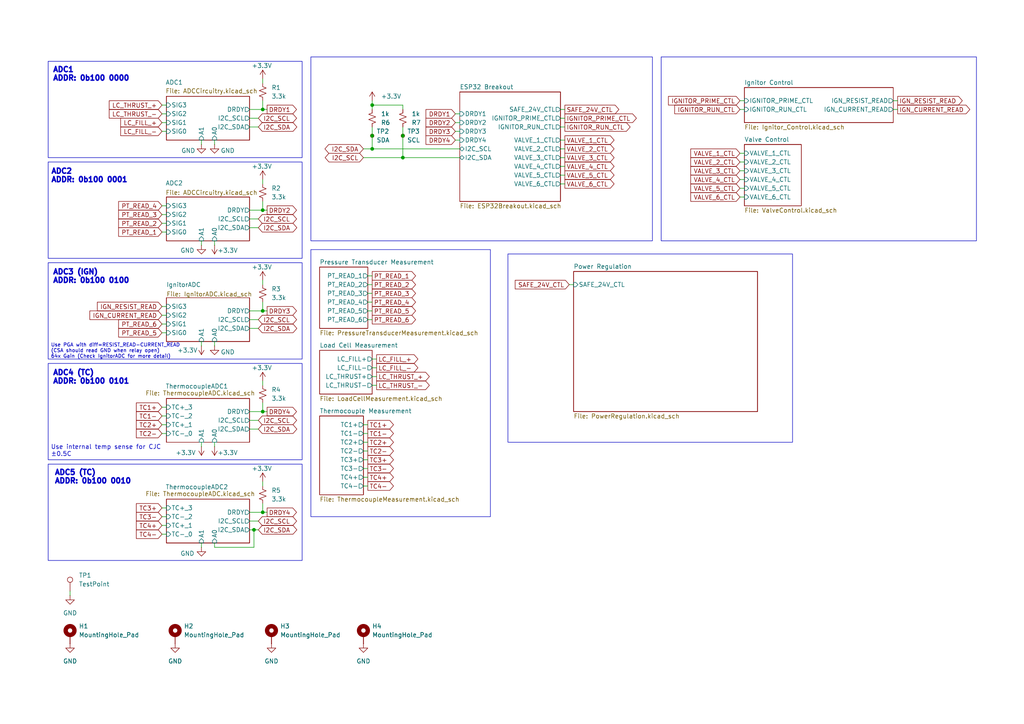
<source format=kicad_sch>
(kicad_sch (version 20250114) (generator "eeschema") (generator_version "9.0")
  (paper "A4")
  (title_block (rev "1.0.0") (company "Queen's Rocket Engineering Team"))
  (lib_symbols
    (symbol "Connector:TestPoint" (pin_numbers (hide yes)) (pin_names (offset 0.762) (hide yes))
      (property "Reference" "TP" (at 0 6.858 0))
      (property "Value" "TestPoint" (at 0 5.08 0))
      (symbol "TestPoint_0_1"
        (circle (center 0 3.302) (radius 0.762))
      )
      (symbol "TestPoint_1_1"
        (pin passive line (at 0 0 90) (length 2.54) (name "1") (number "1"))
      )
    )
    (symbol "Connector:TestPoint_Small" (pin_numbers (hide yes)) (pin_names (offset 0.762) (hide yes))
      (property "Reference" "TP" (at 0 3.81 0))
      (property "Value" "TestPoint_Small" (at 0 2.032 0))
      (symbol "TestPoint_Small_0_1"
        (circle (center 0 0) (radius 0.508))
      )
      (symbol "TestPoint_Small_1_1"
        (pin passive line (at 0 0 90) (length 0) (name "1") (number "1"))
      )
    )
    (symbol "Device:R_Small_US" (pin_numbers (hide yes)) (pin_names (offset 0.254) (hide yes))
      (property "Reference" "R" (at 0.762 0.508 0))
      (property "Value" "R_Small_US" (at 0.762 -1.016 0))
      (symbol "R_Small_US_1_1"
        (polyline (pts (xy 0 1.524) (xy 1.016 1.143) (xy 0 0.762) (xy -1.016 0.381) (xy 0 0)))
        (polyline (pts (xy 0 0) (xy 1.016 -0.381) (xy 0 -0.762) (xy -1.016 -1.143) (xy 0 -1.524)))
        (pin passive line (at 0 2.54 270) (length 1.016) (name "~") (number "1"))
        (pin passive line (at 0 -2.54 90) (length 1.016) (name "~") (number "2"))
      )
    )
    (symbol "Mechanical:MountingHole_Pad" (pin_numbers (hide yes)) (pin_names (offset 1.016) (hide yes)) (exclude_from_sim yes) (in_bom no)
      (property "Reference" "H" (at 0 6.35 0))
      (property "Value" "MountingHole_Pad" (at 0 4.445 0))
      (symbol "MountingHole_Pad_0_1"
        (circle (center 0 1.27) (radius 1.27) (stroke (width 1.27)))
      )
      (symbol "MountingHole_Pad_1_1"
        (pin input line (at 0 -2.54 90) (length 2.54) (name "1") (number "1"))
      )
    )
    (symbol "power:+3.3V" (power) (pin_numbers (hide yes)) (pin_names (offset 0) (hide yes))
      (property "Value" "+3.3V" (at 0 3.556 0))
      (symbol "+3.3V_0_1"
        (polyline (pts (xy -0.762 1.27) (xy 0 2.54)))
        (polyline (pts (xy 0 2.54) (xy 0.762 1.27)))
        (polyline (pts (xy 0 0) (xy 0 2.54)))
      )
      (symbol "+3.3V_1_1"
        (pin power_in line (at 0 0 90) (length 0) (name "~") (number "1"))
      )
    )
    (symbol "power:GND" (power) (pin_numbers (hide yes)) (pin_names (offset 0) (hide yes))
      (property "Value" "GND" (at 0 -3.81 0))
      (symbol "GND_0_1"
        (polyline (pts (xy 0 0) (xy 0 -1.27) (xy 1.27 -1.27) (xy 0 -2.54) (xy -1.27 -1.27) (xy 0 -1.27)))
      )
      (symbol "GND_1_1"
        (pin power_in line (at 0 0 270) (length 0) (name "~") (number "1"))
      )
    )
  )
  (rectangle (start 191.77 16.51) (end 283.21 69.85))
  (rectangle (start 90.17 72.39) (end 142.24 149.86))
  (rectangle (start 13.97 46.99) (end 87.63 74.93))
  (rectangle (start 13.97 76.2) (end 87.63 104.14))
  (rectangle (start 13.97 17.78) (end 87.63 45.72))
  (rectangle (start 147.32 73.66) (end 229.87 128.27))
  (rectangle (start 90.17 16.51) (end 189.23 69.85))
  (rectangle (start 13.97 105.41) (end 87.63 133.35))
  (rectangle (start 13.97 134.62) (end 87.63 162.56))
  (text "ADC2\nADDR: 0b100 0001" (at 14.732 51.054 0) (effects (font (size 1.524 1.524) (thickness 0.4064) (bold yes)) (justify left)))
  (text "ADC3 (IGN)\nADDR: 0b100 0100" (at 15.24 80.264 0) (effects (font (size 1.524 1.524) (thickness 0.4064) (bold yes)) (justify left)))
  (text "Use PGA with diff=RESIST_READ-CURRENT_READ\n(CSA should read GND when relay open)\n64x Gain (Check IgnitorADC for more detail)" (at 14.732 101.854 0) (effects (font (size 1.016 1.016)) (justify left)))
  (text "ADC1\nADDR: 0b100 0000" (at 15.24 21.59 0) (effects (font (size 1.524 1.524) (thickness 0.4064) (bold yes)) (justify left)))
  (text "ADC5 (TC)\nADDR: 0b100 0010" (at 15.748 138.43 0) (effects (font (size 1.524 1.524) (thickness 0.4064) (bold yes)) (justify left)))
  (text "Use internal temp sense for CJC\n±0.5C" (at 14.732 130.81 0) (effects (font (size 1.27 1.27)) (justify left)))
  (text "ADC4 (TC)\nADDR: 0b100 0101" (at 15.24 109.474 0) (effects (font (size 1.524 1.524) (thickness 0.4064) (bold yes)) (justify left)))
  (junction (at 107.95 39.37))
  (junction (at 76.2 119.38))
  (junction (at 116.84 45.72))
  (junction (at 107.95 43.18))
  (junction (at 76.2 31.75))
  (junction (at 76.2 60.96))
  (junction (at 107.95 30.48))
  (junction (at 76.2 148.59))
  (junction (at 76.2 90.17))
  (junction (at 73.66 153.67))
  (junction (at 116.84 39.37))
  (wire (pts (xy 162.56 43.18) (xy 163.83 43.18)))
  (wire (pts (xy 214.63 29.21) (xy 215.9 29.21)))
  (wire (pts (xy 72.39 92.71) (xy 74.93 92.71)))
  (wire (pts (xy 106.68 87.63) (xy 107.95 87.63)))
  (wire (pts (xy 132.08 35.56) (xy 133.35 35.56)))
  (wire (pts (xy 76.2 148.59) (xy 77.47 148.59)))
  (wire (pts (xy 162.56 45.72) (xy 163.83 45.72)))
  (wire (pts (xy 259.08 29.21) (xy 260.35 29.21)))
  (wire (pts (xy 105.41 128.27) (xy 106.68 128.27)))
  (wire (pts (xy 76.2 22.86) (xy 76.2 24.13)))
  (wire (pts (xy 105.41 135.89) (xy 106.68 135.89)))
  (wire (pts (xy 107.95 111.76) (xy 109.22 111.76)))
  (wire (pts (xy 116.84 31.75) (xy 116.84 30.48)))
  (wire (pts (xy 162.56 31.75) (xy 163.83 31.75)))
  (wire (pts (xy 107.95 43.18) (xy 133.35 43.18)))
  (wire (pts (xy 72.39 60.96) (xy 76.2 60.96)))
  (wire (pts (xy 76.2 52.07) (xy 76.2 53.34)))
  (wire (pts (xy 106.68 92.71) (xy 107.95 92.71)))
  (wire (pts (xy 214.63 54.61) (xy 215.9 54.61)))
  (wire (pts (xy 132.08 38.1) (xy 133.35 38.1)))
  (wire (pts (xy 162.56 40.64) (xy 163.83 40.64)))
  (wire (pts (xy 259.08 31.75) (xy 260.35 31.75)))
  (wire (pts (xy 46.99 59.69) (xy 48.26 59.69)))
  (wire (pts (xy 62.23 157.48) (xy 62.23 158.75)))
  (wire (pts (xy 46.99 96.52) (xy 48.26 96.52)))
  (wire (pts (xy 116.84 45.72) (xy 133.35 45.72)))
  (wire (pts (xy 20.32 171.45) (xy 20.32 172.72)))
  (wire (pts (xy 105.41 133.35) (xy 106.68 133.35)))
  (wire (pts (xy 72.39 153.67) (xy 73.66 153.67)))
  (wire (pts (xy 76.2 90.17) (xy 77.47 90.17)))
  (wire (pts (xy 72.39 95.25) (xy 74.93 95.25)))
  (wire (pts (xy 46.99 118.11) (xy 48.26 118.11)))
  (wire (pts (xy 62.23 40.64) (xy 62.23 41.91)))
  (wire (pts (xy 73.66 153.67) (xy 74.93 153.67)))
  (wire (pts (xy 76.2 139.7) (xy 76.2 140.97)))
  (wire (pts (xy 162.56 48.26) (xy 163.83 48.26)))
  (wire (pts (xy 107.95 29.21) (xy 107.95 30.48)))
  (wire (pts (xy 62.23 69.85) (xy 62.23 71.12)))
  (wire (pts (xy 76.2 146.05) (xy 76.2 148.59)))
  (wire (pts (xy 58.42 69.85) (xy 58.42 71.12)))
  (wire (pts (xy 46.99 125.73) (xy 48.26 125.73)))
  (wire (pts (xy 46.99 35.56) (xy 48.26 35.56)))
  (wire (pts (xy 76.2 29.21) (xy 76.2 31.75)))
  (wire (pts (xy 106.68 82.55) (xy 107.95 82.55)))
  (wire (pts (xy 46.99 93.98) (xy 48.26 93.98)))
  (wire (pts (xy 107.95 36.83) (xy 107.95 39.37)))
  (wire (pts (xy 46.99 38.1) (xy 48.26 38.1)))
  (wire (pts (xy 107.95 104.14) (xy 109.22 104.14)))
  (wire (pts (xy 46.99 88.9) (xy 48.26 88.9)))
  (wire (pts (xy 107.95 106.68) (xy 109.22 106.68)))
  (wire (pts (xy 72.39 63.5) (xy 74.93 63.5)))
  (wire (pts (xy 116.84 39.37) (xy 116.84 45.72)))
  (wire (pts (xy 214.63 57.15) (xy 215.9 57.15)))
  (wire (pts (xy 76.2 81.28) (xy 76.2 82.55)))
  (wire (pts (xy 72.39 66.04) (xy 74.93 66.04)))
  (wire (pts (xy 106.68 80.01) (xy 107.95 80.01)))
  (wire (pts (xy 106.68 85.09) (xy 107.95 85.09)))
  (wire (pts (xy 76.2 116.84) (xy 76.2 119.38)))
  (wire (pts (xy 72.39 148.59) (xy 76.2 148.59)))
  (wire (pts (xy 214.63 44.45) (xy 215.9 44.45)))
  (wire (pts (xy 46.99 91.44) (xy 48.26 91.44)))
  (wire (pts (xy 73.66 158.75) (xy 73.66 153.67)))
  (wire (pts (xy 162.56 34.29) (xy 163.83 34.29)))
  (wire (pts (xy 72.39 36.83) (xy 74.93 36.83)))
  (wire (pts (xy 72.39 119.38) (xy 76.2 119.38)))
  (wire (pts (xy 105.41 138.43) (xy 106.68 138.43)))
  (wire (pts (xy 46.99 64.77) (xy 48.26 64.77)))
  (wire (pts (xy 46.99 147.32) (xy 48.26 147.32)))
  (wire (pts (xy 214.63 31.75) (xy 215.9 31.75)))
  (wire (pts (xy 106.68 90.17) (xy 107.95 90.17)))
  (wire (pts (xy 105.41 140.97) (xy 106.68 140.97)))
  (wire (pts (xy 46.99 154.94) (xy 48.26 154.94)))
  (wire (pts (xy 72.39 34.29) (xy 74.93 34.29)))
  (wire (pts (xy 162.56 53.34) (xy 163.83 53.34)))
  (wire (pts (xy 107.95 30.48) (xy 107.95 31.75)))
  (wire (pts (xy 46.99 30.48) (xy 48.26 30.48)))
  (wire (pts (xy 46.99 62.23) (xy 48.26 62.23)))
  (wire (pts (xy 214.63 49.53) (xy 215.9 49.53)))
  (wire (pts (xy 107.95 39.37) (xy 107.95 43.18)))
  (wire (pts (xy 162.56 36.83) (xy 163.83 36.83)))
  (wire (pts (xy 132.08 33.02) (xy 133.35 33.02)))
  (wire (pts (xy 58.42 40.64) (xy 58.42 41.91)))
  (wire (pts (xy 76.2 31.75) (xy 77.47 31.75)))
  (wire (pts (xy 214.63 46.99) (xy 215.9 46.99)))
  (wire (pts (xy 105.41 43.18) (xy 107.95 43.18)))
  (wire (pts (xy 72.39 121.92) (xy 74.93 121.92)))
  (wire (pts (xy 116.84 36.83) (xy 116.84 39.37)))
  (wire (pts (xy 62.23 99.06) (xy 62.23 100.33)))
  (wire (pts (xy 46.99 123.19) (xy 48.26 123.19)))
  (wire (pts (xy 105.41 125.73) (xy 106.68 125.73)))
  (wire (pts (xy 46.99 152.4) (xy 48.26 152.4)))
  (wire (pts (xy 46.99 33.02) (xy 48.26 33.02)))
  (wire (pts (xy 58.42 99.06) (xy 58.42 100.33)))
  (wire (pts (xy 72.39 90.17) (xy 76.2 90.17)))
  (wire (pts (xy 46.99 120.65) (xy 48.26 120.65)))
  (wire (pts (xy 107.95 109.22) (xy 109.22 109.22)))
  (wire (pts (xy 105.41 130.81) (xy 106.68 130.81)))
  (wire (pts (xy 132.08 40.64) (xy 133.35 40.64)))
  (wire (pts (xy 116.84 30.48) (xy 107.95 30.48)))
  (wire (pts (xy 72.39 151.13) (xy 74.93 151.13)))
  (wire (pts (xy 76.2 119.38) (xy 77.47 119.38)))
  (wire (pts (xy 76.2 58.42) (xy 76.2 60.96)))
  (wire (pts (xy 58.42 128.27) (xy 58.42 129.54)))
  (wire (pts (xy 58.42 157.48) (xy 58.42 158.75)))
  (wire (pts (xy 76.2 87.63) (xy 76.2 90.17)))
  (wire (pts (xy 105.41 123.19) (xy 106.68 123.19)))
  (wire (pts (xy 72.39 31.75) (xy 76.2 31.75)))
  (wire (pts (xy 76.2 110.49) (xy 76.2 111.76)))
  (wire (pts (xy 62.23 128.27) (xy 62.23 129.54)))
  (wire (pts (xy 76.2 60.96) (xy 77.47 60.96)))
  (wire (pts (xy 162.56 50.8) (xy 163.83 50.8)))
  (wire (pts (xy 165.1 82.55) (xy 166.37 82.55)))
  (wire (pts (xy 62.23 158.75) (xy 73.66 158.75)))
  (wire (pts (xy 46.99 67.31) (xy 48.26 67.31)))
  (wire (pts (xy 105.41 45.72) (xy 116.84 45.72)))
  (wire (pts (xy 46.99 149.86) (xy 48.26 149.86)))
  (wire (pts (xy 214.63 52.07) (xy 215.9 52.07)))
  (wire (pts (xy 72.39 124.46) (xy 74.93 124.46)))
  (global_label "TC1-" (shape output) (at 106.68 125.73 0) (property "Intersheetrefs" "${INTERSHEET_REFS}" (effects (hide yes))))
  (global_label "VALVE_1_CTL" (shape output) (at 163.83 40.64 0) (property "Intersheetrefs" "${INTERSHEET_REFS}" (effects (hide yes))))
  (global_label "PT_READ_6" (shape output) (at 107.95 92.71 0) (property "Intersheetrefs" "${INTERSHEET_REFS}" (effects (hide yes))))
  (global_label "IGNITOR_RUN_CTL" (shape input) (at 214.63 31.75 180) (property "Intersheetrefs" "${INTERSHEET_REFS}" (effects (hide yes))))
  (global_label "IGN_CURRENT_READ" (shape output) (at 260.35 31.75 0) (property "Intersheetrefs" "${INTERSHEET_REFS}" (effects (hide yes))))
  (global_label "SAFE_24V_CTL" (shape input) (at 165.1 82.55 180) (property "Intersheetrefs" "${INTERSHEET_REFS}" (effects (hide yes))))
  (global_label "TC1+" (shape input) (at 46.99 118.11 180) (property "Intersheetrefs" "${INTERSHEET_REFS}" (effects (hide yes))))
  (global_label "DRDY2" (shape input) (at 132.08 35.56 180) (property "Intersheetrefs" "${INTERSHEET_REFS}" (effects (hide yes))))
  (global_label "DRDY3" (shape output) (at 77.47 90.17 0) (property "Intersheetrefs" "${INTERSHEET_REFS}" (effects (hide yes))))
  (global_label "DRDY1" (shape input) (at 132.08 33.02 180) (property "Intersheetrefs" "${INTERSHEET_REFS}" (effects (hide yes))))
  (global_label "TC2+" (shape input) (at 46.99 123.19 180) (property "Intersheetrefs" "${INTERSHEET_REFS}" (effects (hide yes))))
  (global_label "DRDY4" (shape output) (at 77.47 148.59 0) (property "Intersheetrefs" "${INTERSHEET_REFS}" (effects (hide yes))))
  (global_label "TC4-" (shape output) (at 106.68 140.97 0) (property "Intersheetrefs" "${INTERSHEET_REFS}" (effects (hide yes))))
  (global_label "VALVE_1_CTL" (shape input) (at 214.63 44.45 180) (property "Intersheetrefs" "${INTERSHEET_REFS}" (effects (hide yes))))
  (global_label "VALVE_5_CTL" (shape output) (at 163.83 50.8 0) (property "Intersheetrefs" "${INTERSHEET_REFS}" (effects (hide yes))))
  (global_label "LC_FILL_+" (shape input) (at 46.99 35.56 180) (property "Intersheetrefs" "${INTERSHEET_REFS}" (effects (hide yes))))
  (global_label "LC_THRUST_+" (shape output) (at 109.22 109.22 0) (property "Intersheetrefs" "${INTERSHEET_REFS}" (effects (hide yes))))
  (global_label "PT_READ_4" (shape input) (at 46.99 59.69 180) (property "Intersheetrefs" "${INTERSHEET_REFS}" (effects (hide yes))))
  (global_label "IGN_RESIST_READ" (shape input) (at 46.99 88.9 180) (property "Intersheetrefs" "${INTERSHEET_REFS}" (effects (hide yes))))
  (global_label "LC_FILL_-" (shape output) (at 109.22 106.68 0) (property "Intersheetrefs" "${INTERSHEET_REFS}" (effects (hide yes))))
  (global_label "PT_READ_2" (shape input) (at 46.99 64.77 180) (property "Intersheetrefs" "${INTERSHEET_REFS}" (effects (hide yes))))
  (global_label "PT_READ_4" (shape output) (at 107.95 87.63 0) (property "Intersheetrefs" "${INTERSHEET_REFS}" (effects (hide yes))))
  (global_label "LC_THRUST_-" (shape input) (at 46.99 33.02 180) (property "Intersheetrefs" "${INTERSHEET_REFS}" (effects (hide yes))))
  (global_label "TC3-" (shape input) (at 46.99 149.86 180) (property "Intersheetrefs" "${INTERSHEET_REFS}" (effects (hide yes))))
  (global_label "TC2+" (shape output) (at 106.68 128.27 0) (property "Intersheetrefs" "${INTERSHEET_REFS}" (effects (hide yes))))
  (global_label "DRDY4" (shape output) (at 77.47 119.38 0) (property "Intersheetrefs" "${INTERSHEET_REFS}" (effects (hide yes))))
  (global_label "IGN_CURRENT_READ" (shape input) (at 46.99 91.44 180) (property "Intersheetrefs" "${INTERSHEET_REFS}" (effects (hide yes))))
  (global_label "I2C_SDA" (shape bidirectional) (at 74.93 95.25 0) (property "Intersheetrefs" "${INTERSHEET_REFS}" (effects (hide yes))))
  (global_label "PT_READ_1" (shape input) (at 46.99 67.31 180) (property "Intersheetrefs" "${INTERSHEET_REFS}" (effects (hide yes))))
  (global_label "I2C_SCL" (shape bidirectional) (at 74.93 92.71 0) (property "Intersheetrefs" "${INTERSHEET_REFS}" (effects (hide yes))))
  (global_label "VALVE_4_CTL" (shape input) (at 214.63 52.07 180) (property "Intersheetrefs" "${INTERSHEET_REFS}" (effects (hide yes))))
  (global_label "I2C_SCL" (shape bidirectional) (at 74.93 151.13 0) (property "Intersheetrefs" "${INTERSHEET_REFS}" (effects (hide yes))))
  (global_label "IGNITOR_PRIME_CTL" (shape input) (at 214.63 29.21 180) (property "Intersheetrefs" "${INTERSHEET_REFS}" (effects (hide yes))))
  (global_label "VALVE_5_CTL" (shape input) (at 214.63 54.61 180) (property "Intersheetrefs" "${INTERSHEET_REFS}" (effects (hide yes))))
  (global_label "I2C_SCL" (shape bidirectional) (at 74.93 63.5 0) (property "Intersheetrefs" "${INTERSHEET_REFS}" (effects (hide yes))))
  (global_label "VALVE_6_CTL" (shape input) (at 214.63 57.15 180) (property "Intersheetrefs" "${INTERSHEET_REFS}" (effects (hide yes))))
  (global_label "DRDY1" (shape output) (at 77.47 31.75 0) (property "Intersheetrefs" "${INTERSHEET_REFS}" (effects (hide yes))))
  (global_label "LC_FILL_+" (shape output) (at 109.22 104.14 0) (property "Intersheetrefs" "${INTERSHEET_REFS}" (effects (hide yes))))
  (global_label "PT_READ_3" (shape input) (at 46.99 62.23 180) (property "Intersheetrefs" "${INTERSHEET_REFS}" (effects (hide yes))))
  (global_label "TC3-" (shape output) (at 106.68 135.89 0) (property "Intersheetrefs" "${INTERSHEET_REFS}" (effects (hide yes))))
  (global_label "DRDY2" (shape output) (at 77.47 60.96 0) (property "Intersheetrefs" "${INTERSHEET_REFS}" (effects (hide yes))))
  (global_label "I2C_SDA" (shape bidirectional) (at 74.93 153.67 0) (property "Intersheetrefs" "${INTERSHEET_REFS}" (effects (hide yes))))
  (global_label "TC2-" (shape output) (at 106.68 130.81 0) (property "Intersheetrefs" "${INTERSHEET_REFS}" (effects (hide yes))))
  (global_label "TC1-" (shape input) (at 46.99 120.65 180) (property "Intersheetrefs" "${INTERSHEET_REFS}" (effects (hide yes))))
  (global_label "VALVE_3_CTL" (shape input) (at 214.63 49.53 180) (property "Intersheetrefs" "${INTERSHEET_REFS}" (effects (hide yes))))
  (global_label "LC_FILL_-" (shape input) (at 46.99 38.1 180) (property "Intersheetrefs" "${INTERSHEET_REFS}" (effects (hide yes))))
  (global_label "TC1+" (shape output) (at 106.68 123.19 0) (property "Intersheetrefs" "${INTERSHEET_REFS}" (effects (hide yes))))
  (global_label "TC2-" (shape input) (at 46.99 125.73 180) (property "Intersheetrefs" "${INTERSHEET_REFS}" (effects (hide yes))))
  (global_label "PT_READ_2" (shape output) (at 107.95 82.55 0) (property "Intersheetrefs" "${INTERSHEET_REFS}" (effects (hide yes))))
  (global_label "I2C_SDA" (shape bidirectional) (at 74.93 66.04 0) (property "Intersheetrefs" "${INTERSHEET_REFS}" (effects (hide yes))))
  (global_label "TC4+" (shape output) (at 106.68 138.43 0) (property "Intersheetrefs" "${INTERSHEET_REFS}" (effects (hide yes))))
  (global_label "I2C_SDA" (shape bidirectional) (at 105.41 43.18 180) (property "Intersheetrefs" "${INTERSHEET_REFS}" (effects (hide yes))))
  (global_label "IGNITOR_PRIME_CTL" (shape output) (at 163.83 34.29 0) (property "Intersheetrefs" "${INTERSHEET_REFS}" (effects (hide yes))))
  (global_label "I2C_SDA" (shape bidirectional) (at 74.93 124.46 0) (property "Intersheetrefs" "${INTERSHEET_REFS}" (effects (hide yes))))
  (global_label "IGNITOR_RUN_CTL" (shape output) (at 163.83 36.83 0) (property "Intersheetrefs" "${INTERSHEET_REFS}" (effects (hide yes))))
  (global_label "VALVE_3_CTL" (shape output) (at 163.83 45.72 0) (property "Intersheetrefs" "${INTERSHEET_REFS}" (effects (hide yes))))
  (global_label "I2C_SCL" (shape bidirectional) (at 105.41 45.72 180) (property "Intersheetrefs" "${INTERSHEET_REFS}" (effects (hide yes))))
  (global_label "VALVE_4_CTL" (shape output) (at 163.83 48.26 0) (property "Intersheetrefs" "${INTERSHEET_REFS}" (effects (hide yes))))
  (global_label "TC4-" (shape input) (at 46.99 154.94 180) (property "Intersheetrefs" "${INTERSHEET_REFS}" (effects (hide yes))))
  (global_label "PT_READ_3" (shape output) (at 107.95 85.09 0) (property "Intersheetrefs" "${INTERSHEET_REFS}" (effects (hide yes))))
  (global_label "I2C_SCL" (shape bidirectional) (at 74.93 34.29 0) (property "Intersheetrefs" "${INTERSHEET_REFS}" (effects (hide yes))))
  (global_label "I2C_SDA" (shape bidirectional) (at 74.93 36.83 0) (property "Intersheetrefs" "${INTERSHEET_REFS}" (effects (hide yes))))
  (global_label "TC3+" (shape input) (at 46.99 147.32 180) (property "Intersheetrefs" "${INTERSHEET_REFS}" (effects (hide yes))))
  (global_label "TC4+" (shape input) (at 46.99 152.4 180) (property "Intersheetrefs" "${INTERSHEET_REFS}" (effects (hide yes))))
  (global_label "PT_READ_1" (shape output) (at 107.95 80.01 0) (property "Intersheetrefs" "${INTERSHEET_REFS}" (effects (hide yes))))
  (global_label "DRDY4" (shape input) (at 132.08 40.64 180) (property "Intersheetrefs" "${INTERSHEET_REFS}" (effects (hide yes))))
  (global_label "PT_READ_5" (shape output) (at 107.95 90.17 0) (property "Intersheetrefs" "${INTERSHEET_REFS}" (effects (hide yes))))
  (global_label "VALVE_6_CTL" (shape output) (at 163.83 53.34 0) (property "Intersheetrefs" "${INTERSHEET_REFS}" (effects (hide yes))))
  (global_label "LC_THRUST_+" (shape input) (at 46.99 30.48 180) (property "Intersheetrefs" "${INTERSHEET_REFS}" (effects (hide yes))))
  (global_label "IGN_RESIST_READ" (shape output) (at 260.35 29.21 0) (property "Intersheetrefs" "${INTERSHEET_REFS}" (effects (hide yes))))
  (global_label "LC_THRUST_-" (shape output) (at 109.22 111.76 0) (property "Intersheetrefs" "${INTERSHEET_REFS}" (effects (hide yes))))
  (global_label "DRDY3" (shape input) (at 132.08 38.1 180) (property "Intersheetrefs" "${INTERSHEET_REFS}" (effects (hide yes))))
  (global_label "SAFE_24V_CTL" (shape output) (at 163.83 31.75 0) (property "Intersheetrefs" "${INTERSHEET_REFS}" (effects (hide yes))))
  (global_label "VALVE_2_CTL" (shape input) (at 214.63 46.99 180) (property "Intersheetrefs" "${INTERSHEET_REFS}" (effects (hide yes))))
  (global_label "PT_READ_5" (shape input) (at 46.99 96.52 180) (property "Intersheetrefs" "${INTERSHEET_REFS}" (effects (hide yes))))
  (global_label "I2C_SCL" (shape bidirectional) (at 74.93 121.92 0) (property "Intersheetrefs" "${INTERSHEET_REFS}" (effects (hide yes))))
  (global_label "TC3+" (shape output) (at 106.68 133.35 0) (property "Intersheetrefs" "${INTERSHEET_REFS}" (effects (hide yes))))
  (global_label "PT_READ_6" (shape input) (at 46.99 93.98 180) (property "Intersheetrefs" "${INTERSHEET_REFS}" (effects (hide yes))))
  (global_label "VALVE_2_CTL" (shape output) (at 163.83 43.18 0) (property "Intersheetrefs" "${INTERSHEET_REFS}" (effects (hide yes))))
  (symbol (lib_id "Connector:TestPoint_Small") (at 107.95 39.37 0) (unit 1)
    (property "Reference" "TP2" (at 109.22 38.0999 0) (effects (justify left)))
    (property "Value" "SDA" (at 109.22 40.6399 0) (effects (justify left)))
    (property "Footprint" "TestPoint:TestPoint_Pad_D1.5mm" (effects (hide yes)))
    (property "Description" "test point" (effects (hide yes)))
  )
  (symbol (lib_id "power:GND") (at 58.42 41.91 0) (unit 1)
    (property "Reference" "#PWR04" (effects (hide yes)))
    (property "Value" "GND" (at 54.61 43.688 0))
    (property "Description" "Power symbol creates a global label with name \"GND\" , ground" (effects (hide yes)))
  )
  (symbol (lib_id "power:GND") (at 78.74 186.69 0) (unit 1)
    (property "Reference" "#PWR018" (effects (hide yes)))
    (property "Value" "GND" (at 78.74 191.77 0))
    (property "Description" "Power symbol creates a global label with name \"GND\" , ground" (effects (hide yes)))
  )
  (symbol (lib_id "power:+3.3V") (at 76.2 52.07 0) (unit 1)
    (property "Reference" "#PWR014" (effects (hide yes)))
    (property "Value" "+3.3V" (at 75.946 48.26 0))
    (property "Description" "Power symbol creates a global label with name \"+3.3V\"" (effects (hide yes)))
  )
  (symbol (lib_id "power:+3.3V") (at 76.2 22.86 0) (unit 1)
    (property "Reference" "#PWR013" (effects (hide yes)))
    (property "Value" "+3.3V" (at 75.946 19.05 0))
    (property "Description" "Power symbol creates a global label with name \"+3.3V\"" (effects (hide yes)))
  )
  (symbol (lib_id "power:+3.3V") (at 76.2 81.28 0) (unit 1)
    (property "Reference" "#PWR015" (effects (hide yes)))
    (property "Value" "+3.3V" (at 75.946 77.47 0))
    (property "Description" "Power symbol creates a global label with name \"+3.3V\"" (effects (hide yes)))
  )
  (symbol (lib_id "power:+3.3V") (at 76.2 139.7 0) (unit 1)
    (property "Reference" "#PWR017" (effects (hide yes)))
    (property "Value" "+3.3V" (at 75.946 135.89 0))
    (property "Description" "Power symbol creates a global label with name \"+3.3V\"" (effects (hide yes)))
  )
  (symbol (lib_id "Connector:TestPoint_Small") (at 116.84 39.37 0) (unit 1)
    (property "Reference" "TP3" (at 118.11 38.0999 0) (effects (justify left)))
    (property "Value" "SCL" (at 118.11 40.6399 0) (effects (justify left)))
    (property "Footprint" "TestPoint:TestPoint_Pad_D1.5mm" (effects (hide yes)))
    (property "Description" "test point" (effects (hide yes)))
  )
  (symbol (lib_id "power:GND") (at 105.41 186.69 0) (unit 1)
    (property "Reference" "#PWR019" (effects (hide yes)))
    (property "Value" "GND" (at 105.41 191.77 0))
    (property "Description" "Power symbol creates a global label with name \"GND\" , ground" (effects (hide yes)))
  )
  (symbol (lib_id "power:+3.3V") (at 76.2 110.49 0) (unit 1)
    (property "Reference" "#PWR016" (effects (hide yes)))
    (property "Value" "+3.3V" (at 75.946 106.68 0))
    (property "Description" "Power symbol creates a global label with name \"+3.3V\"" (effects (hide yes)))
  )
  (symbol (lib_id "Device:R_Small_US") (at 116.84 34.29 0) (mirror x) (unit 1)
    (property "Reference" "R7" (at 119.38 35.5601 0) (effects (justify left)))
    (property "Value" "1k" (at 119.38 33.0201 0) (effects (justify left)))
    (property "Footprint" "Resistor_SMD:R_0402_1005Metric" (effects (hide yes)))
    (property "Description" "Resistor, small US symbol" (effects (hide yes)))
  )
  (symbol (lib_id "power:GND") (at 62.23 41.91 0) (unit 1)
    (property "Reference" "#PWR09" (effects (hide yes)))
    (property "Value" "GND" (at 66.04 43.688 0))
    (property "Description" "Power symbol creates a global label with name \"GND\" , ground" (effects (hide yes)))
  )
  (symbol (lib_id "Connector:TestPoint") (at 20.32 171.45 0) (unit 1)
    (property "Reference" "TP1" (at 22.86 166.8779 0) (effects (justify left)))
    (property "Value" "TestPoint" (at 22.86 169.4179 0) (effects (justify left)))
    (property "Footprint" "TestPoint:TestPoint_Loop_D2.50mm_Drill1.0mm" (effects (hide yes)))
    (property "Description" "test point" (effects (hide yes)))
  )
  (symbol (lib_id "Mechanical:MountingHole_Pad") (at 50.8 184.15 0) (unit 1) (in_bom no)
    (property "Reference" "H2" (at 53.34 181.6099 0) (effects (justify left)))
    (property "Value" "MountingHole_Pad" (at 53.34 184.1499 0) (effects (justify left)))
    (property "Footprint" "MountingHole:MountingHole_3.2mm_M3_ISO7380_Pad" (effects (hide yes)))
    (property "Description" "Mounting Hole with connection" (effects (hide yes)))
  )
  (symbol (lib_id "power:+3.3V") (at 58.42 100.33 180) (unit 1)
    (property "Reference" "#PWR06" (effects (hide yes)))
    (property "Value" "+3.3V" (at 54.356 101.6 0))
    (property "Description" "Power symbol creates a global label with name \"+3.3V\"" (effects (hide yes)))
  )
  (symbol (lib_id "power:GND") (at 58.42 71.12 0) (unit 1)
    (property "Reference" "#PWR05" (effects (hide yes)))
    (property "Value" "GND" (at 54.356 72.644 0))
    (property "Description" "Power symbol creates a global label with name \"GND\" , ground" (effects (hide yes)))
  )
  (symbol (lib_id "power:GND") (at 58.42 158.75 0) (unit 1)
    (property "Reference" "#PWR08" (effects (hide yes)))
    (property "Value" "GND" (at 54.356 160.528 0))
    (property "Description" "Power symbol creates a global label with name \"GND\" , ground" (effects (hide yes)))
  )
  (symbol (lib_id "Device:R_Small_US") (at 76.2 143.51 0) (unit 1)
    (property "Reference" "R5" (at 78.74 142.2399 0) (effects (justify left)))
    (property "Value" "3.3k" (at 78.74 144.7799 0) (effects (justify left)))
    (property "Footprint" "Resistor_SMD:R_0402_1005Metric" (effects (hide yes)))
    (property "Description" "Resistor, small US symbol" (effects (hide yes)))
    (property "MPN" "0402WGF3301TCE" (effects (hide yes)))
    (property "LCSC" "C25890" (effects (hide yes)))
  )
  (symbol (lib_id "power:GND") (at 20.32 186.69 0) (unit 1)
    (property "Reference" "#PWR02" (effects (hide yes)))
    (property "Value" "GND" (at 20.32 191.77 0))
    (property "Description" "Power symbol creates a global label with name \"GND\" , ground" (effects (hide yes)))
  )
  (symbol (lib_id "power:+3.3V") (at 58.42 129.54 180) (unit 1)
    (property "Reference" "#PWR07" (effects (hide yes)))
    (property "Value" "+3.3V" (at 53.848 131.318 0))
    (property "Description" "Power symbol creates a global label with name \"+3.3V\"" (effects (hide yes)))
  )
  (symbol (lib_id "Device:R_Small_US") (at 76.2 55.88 0) (unit 1)
    (property "Reference" "R2" (at 78.74 54.6099 0) (effects (justify left)))
    (property "Value" "3.3k" (at 78.74 57.1499 0) (effects (justify left)))
    (property "Footprint" "Resistor_SMD:R_0402_1005Metric" (effects (hide yes)))
    (property "Description" "Resistor, small US symbol" (effects (hide yes)))
    (property "MPN" "0402WGF3301TCE" (effects (hide yes)))
    (property "LCSC" "C25890" (effects (hide yes)))
  )
  (symbol (lib_id "Device:R_Small_US") (at 76.2 85.09 0) (unit 1)
    (property "Reference" "R3" (at 78.74 83.8199 0) (effects (justify left)))
    (property "Value" "3.3k" (at 78.74 86.3599 0) (effects (justify left)))
    (property "Footprint" "Resistor_SMD:R_0402_1005Metric" (effects (hide yes)))
    (property "Description" "Resistor, small US symbol" (effects (hide yes)))
    (property "MPN" "0402WGF3301TCE" (effects (hide yes)))
    (property "LCSC" "C25890" (effects (hide yes)))
  )
  (symbol (lib_id "Mechanical:MountingHole_Pad") (at 20.32 184.15 0) (unit 1) (in_bom no)
    (property "Reference" "H1" (at 22.86 181.6099 0) (effects (justify left)))
    (property "Value" "MountingHole_Pad" (at 22.86 184.1499 0) (effects (justify left)))
    (property "Footprint" "MountingHole:MountingHole_3.2mm_M3_ISO7380_Pad" (effects (hide yes)))
    (property "Description" "Mounting Hole with connection" (effects (hide yes)))
  )
  (symbol (lib_id "power:+3.3V") (at 62.23 71.12 180) (unit 1)
    (property "Reference" "#PWR010" (effects (hide yes)))
    (property "Value" "+3.3V" (at 66.04 72.644 0))
    (property "Description" "Power symbol creates a global label with name \"+3.3V\"" (effects (hide yes)))
  )
  (symbol (lib_id "power:+3.3V") (at 62.23 129.54 180) (unit 1)
    (property "Reference" "#PWR012" (effects (hide yes)))
    (property "Value" "+3.3V" (at 66.04 131.318 0))
    (property "Description" "Power symbol creates a global label with name \"+3.3V\"" (effects (hide yes)))
  )
  (symbol (lib_id "Mechanical:MountingHole_Pad") (at 78.74 184.15 0) (unit 1) (in_bom no)
    (property "Reference" "H3" (at 81.28 181.6099 0) (effects (justify left)))
    (property "Value" "MountingHole_Pad" (at 81.28 184.1499 0) (effects (justify left)))
    (property "Footprint" "MountingHole:MountingHole_3.2mm_M3_ISO7380_Pad" (effects (hide yes)))
    (property "Description" "Mounting Hole with connection" (effects (hide yes)))
  )
  (symbol (lib_id "power:GND") (at 20.32 172.72 0) (unit 1)
    (property "Reference" "#PWR01" (effects (hide yes)))
    (property "Value" "GND" (at 20.32 177.8 0))
    (property "Description" "Power symbol creates a global label with name \"GND\" , ground" (effects (hide yes)))
  )
  (symbol (lib_id "Device:R_Small_US") (at 76.2 26.67 0) (unit 1)
    (property "Reference" "R1" (at 78.74 25.3999 0) (effects (justify left)))
    (property "Value" "3.3k" (at 78.74 27.9399 0) (effects (justify left)))
    (property "Footprint" "Resistor_SMD:R_0402_1005Metric" (effects (hide yes)))
    (property "Description" "Resistor, small US symbol" (effects (hide yes)))
    (property "MPN" "0402WGF3301TCE" (effects (hide yes)))
    (property "LCSC" "C25890" (effects (hide yes)))
  )
  (symbol (lib_id "Device:R_Small_US") (at 76.2 114.3 0) (unit 1)
    (property "Reference" "R4" (at 78.74 113.0299 0) (effects (justify left)))
    (property "Value" "3.3k" (at 78.74 115.5699 0) (effects (justify left)))
    (property "Footprint" "Resistor_SMD:R_0402_1005Metric" (effects (hide yes)))
    (property "Description" "Resistor, small US symbol" (effects (hide yes)))
    (property "MPN" "0402WGF3301TCE" (effects (hide yes)))
    (property "LCSC" "C25890" (effects (hide yes)))
  )
  (symbol (lib_id "power:GND") (at 62.23 100.33 0) (unit 1)
    (property "Reference" "#PWR011" (effects (hide yes)))
    (property "Value" "GND" (at 66.04 102.108 0))
    (property "Description" "Power symbol creates a global label with name \"GND\" , ground" (effects (hide yes)))
  )
  (symbol (lib_id "power:+3.3V") (at 107.95 29.21 0) (mirror y) (unit 1)
    (property "Reference" "#PWR020" (effects (hide yes)))
    (property "Value" "+3.3V" (at 110.49 27.9399 0) (effects (justify right)))
    (property "Description" "Power symbol creates a global label with name \"+3.3V\"" (effects (hide yes)))
  )
  (symbol (lib_id "Mechanical:MountingHole_Pad") (at 105.41 184.15 0) (unit 1) (in_bom no)
    (property "Reference" "H4" (at 107.95 181.6099 0) (effects (justify left)))
    (property "Value" "MountingHole_Pad" (at 107.95 184.1499 0) (effects (justify left)))
    (property "Footprint" "MountingHole:MountingHole_3.2mm_M3_ISO7380_Pad" (effects (hide yes)))
    (property "Description" "Mounting Hole with connection" (effects (hide yes)))
  )
  (symbol (lib_id "Device:R_Small_US") (at 107.95 34.29 0) (mirror x) (unit 1)
    (property "Reference" "R6" (at 110.49 35.5601 0) (effects (justify left)))
    (property "Value" "1k" (at 110.49 33.0201 0) (effects (justify left)))
    (property "Footprint" "Resistor_SMD:R_0402_1005Metric" (effects (hide yes)))
    (property "Description" "Resistor, small US symbol" (effects (hide yes)))
  )
  (symbol (lib_id "power:GND") (at 50.8 186.69 0) (unit 1)
    (property "Reference" "#PWR03" (effects (hide yes)))
    (property "Value" "GND" (at 50.8 191.77 0))
    (property "Description" "Power symbol creates a global label with name \"GND\" , ground" (effects (hide yes)))
  )
  (sheet (at 48.26 27.94) (size 24.13 12.7) (stroke (width 0.1524))
    (property "Sheetname" "ADC1" (at 48.006 24.638 0) (effects (justify left bottom)))
    (property "Sheetfile" "ADCCircuitry.kicad_sch" (at 48.006 25.654 0) (effects (justify left top)))
    (pin "A0" input (at 62.23 40.64 270))
    (pin "A1" input (at 58.42 40.64 270))
    (pin "DRDY" output (at 72.39 31.75 0))
    (pin "SIG0" input (at 48.26 38.1 180))
    (pin "SIG1" input (at 48.26 35.56 180))
    (pin "SIG2" input (at 48.26 33.02 180))
    (pin "SIG3" input (at 48.26 30.48 180))
    (pin "I2C_SCL" output (at 72.39 34.29 0))
    (pin "I2C_SDA" output (at 72.39 36.83 0))
  )
  (sheet (at 48.26 144.78) (size 24.13 12.7) (stroke (width 0.1524))
    (property "Sheetname" "ThermocoupleADC2" (at 48.006 141.986 0) (effects (justify left bottom)))
    (property "Sheetfile" "ThermocoupleADC.kicad_sch" (at 42.164 142.494 0) (effects (justify left top)))
    (pin "A0" input (at 62.23 157.48 270))
    (pin "A1" input (at 58.42 157.48 270))
    (pin "DRDY" output (at 72.39 148.59 0))
    (pin "I2C_SCL" output (at 72.39 151.13 0))
    (pin "I2C_SDA" output (at 72.39 153.67 0))
    (pin "TC+_1" input (at 48.26 152.4 180))
    (pin "TC+_3" input (at 48.26 147.32 180))
    (pin "TC-_0" input (at 48.26 154.94 180))
    (pin "TC-_2" input (at 48.26 149.86 180))
  )
  (sheet (at 48.26 115.57) (size 24.13 12.7) (stroke (width 0.1524))
    (property "Sheetname" "ThermocoupleADC1" (at 48.006 112.776 0) (effects (justify left bottom)))
    (property "Sheetfile" "ThermocoupleADC.kicad_sch" (at 42.164 113.284 0) (effects (justify left top)))
    (pin "A0" input (at 62.23 128.27 270))
    (pin "A1" input (at 58.42 128.27 270))
    (pin "DRDY" output (at 72.39 119.38 0))
    (pin "I2C_SCL" output (at 72.39 121.92 0))
    (pin "I2C_SDA" output (at 72.39 124.46 0))
    (pin "TC+_1" input (at 48.26 123.19 180))
    (pin "TC+_3" input (at 48.26 118.11 180))
    (pin "TC-_0" input (at 48.26 125.73 180))
    (pin "TC-_2" input (at 48.26 120.65 180))
  )
  (sheet (at 215.9 25.4) (size 43.18 10.16) (stroke (width 0.1524))
    (property "Sheetname" "Ignitor Control" (at 215.9 24.6884 0) (effects (justify left bottom)))
    (property "Sheetfile" "Ignitor_Control.kicad_sch" (at 215.9 36.1446 0) (effects (justify left top)))
    (pin "IGN_CURRENT_READ" output (at 259.08 31.75 0))
    (pin "IGNITOR_PRIME_CTL" input (at 215.9 29.21 180))
    (pin "IGNITOR_RUN_CTL" input (at 215.9 31.75 180))
    (pin "IGN_RESIST_READ" output (at 259.08 29.21 0))
  )
  (sheet (at 92.71 77.47) (size 13.97 17.78) (stroke (width 0.1524))
    (property "Sheetname" "Pressure Transducer Measurement" (at 92.71 76.7584 0) (effects (justify left bottom)))
    (property "Sheetfile" "PressureTransducerMeasurement.kicad_sch" (at 92.71 95.8346 0) (effects (justify left top)))
    (pin "PT_READ_1" output (at 106.68 80.01 0))
    (pin "PT_READ_2" output (at 106.68 82.55 0))
    (pin "PT_READ_3" output (at 106.68 85.09 0))
    (pin "PT_READ_4" output (at 106.68 87.63 0))
    (pin "PT_READ_5" output (at 106.68 90.17 0))
    (pin "PT_READ_6" output (at 106.68 92.71 0))
  )
  (sheet (at 48.26 86.36) (size 24.13 12.7) (stroke (width 0.1524))
    (property "Sheetname" "IgnitorADC" (at 48.26 83.312 0) (effects (justify left bottom)))
    (property "Sheetfile" "IgnitorADC.kicad_sch" (at 48.26 84.582 0) (effects (justify left top)))
    (pin "A0" input (at 62.23 99.06 270))
    (pin "A1" input (at 58.42 99.06 270))
    (pin "DRDY" output (at 72.39 90.17 0))
    (pin "I2C_SCL" output (at 72.39 92.71 0))
    (pin "I2C_SDA" output (at 72.39 95.25 0))
    (pin "SIG0" input (at 48.26 96.52 180))
    (pin "SIG1" input (at 48.26 93.98 180))
    (pin "SIG2" input (at 48.26 91.44 180))
    (pin "SIG3" input (at 48.26 88.9 180))
  )
  (sheet (at 92.71 101.6) (size 15.24 12.7) (stroke (width 0.1524))
    (property "Sheetname" "Load Cell Measurement" (at 92.71 100.8884 0) (effects (justify left bottom)))
    (property "Sheetfile" "LoadCellMeasurement.kicad_sch" (at 92.71 114.8846 0) (effects (justify left top)))
    (pin "LC_FILL+" output (at 107.95 104.14 0))
    (pin "LC_FILL-" output (at 107.95 106.68 0))
    (pin "LC_THRUST+" output (at 107.95 109.22 0))
    (pin "LC_THRUST-" output (at 107.95 111.76 0))
  )
  (sheet (at 215.9 41.91) (size 16.51 17.78) (stroke (width 0.1524))
    (property "Sheetname" "Valve Control" (at 215.9 41.1984 0) (effects (justify left bottom)))
    (property "Sheetfile" "ValveControl.kicad_sch" (at 215.9 60.2746 0) (effects (justify left top)))
    (pin "VALVE_1_CTL" input (at 215.9 44.45 180))
    (pin "VALVE_2_CTL" input (at 215.9 46.99 180))
    (pin "VALVE_3_CTL" input (at 215.9 49.53 180))
    (pin "VALVE_4_CTL" input (at 215.9 52.07 180))
    (pin "VALVE_5_CTL" input (at 215.9 54.61 180))
    (pin "VALVE_6_CTL" input (at 215.9 57.15 180))
  )
  (sheet (at 166.37 78.74) (size 53.34 40.64) (stroke (width 0.1524))
    (property "Sheetname" "Power Regulation" (at 166.37 78.0284 0) (effects (justify left bottom)))
    (property "Sheetfile" "PowerRegulation.kicad_sch" (at 166.37 119.9646 0) (effects (justify left top)))
    (pin "SAFE_24V_CTL" input (at 166.37 82.55 180))
  )
  (sheet (at 48.26 57.15) (size 24.13 12.7) (stroke (width 0.1524))
    (property "Sheetname" "ADC2" (at 48.006 53.848 0) (effects (justify left bottom)))
    (property "Sheetfile" "ADCCircuitry.kicad_sch" (at 48.006 55.118 0) (effects (justify left top)))
    (pin "A0" input (at 62.23 69.85 270))
    (pin "A1" input (at 58.42 69.85 270))
    (pin "DRDY" output (at 72.39 60.96 0))
    (pin "SIG0" input (at 48.26 67.31 180))
    (pin "SIG1" input (at 48.26 64.77 180))
    (pin "SIG2" input (at 48.26 62.23 180))
    (pin "SIG3" input (at 48.26 59.69 180))
    (pin "I2C_SCL" output (at 72.39 63.5 0))
    (pin "I2C_SDA" output (at 72.39 66.04 0))
  )
  (sheet (at 92.71 120.65) (size 12.7 22.86) (stroke (width 0.1524))
    (property "Sheetname" "Thermocouple Measurement" (at 92.71 119.9384 0) (effects (justify left bottom)))
    (property "Sheetfile" "ThermocoupleMeasurement.kicad_sch" (at 92.71 144.0946 0) (effects (justify left top)))
    (pin "TC1+" output (at 105.41 123.19 0))
    (pin "TC1-" output (at 105.41 125.73 0))
    (pin "TC2+" output (at 105.41 128.27 0))
    (pin "TC2-" output (at 105.41 130.81 0))
    (pin "TC3+" output (at 105.41 133.35 0))
    (pin "TC3-" output (at 105.41 135.89 0))
    (pin "TC4+" output (at 105.41 138.43 0))
    (pin "TC4-" output (at 105.41 140.97 0))
  )
  (sheet (at 133.35 26.67) (size 29.21 31.75) (stroke (width 0.1524))
    (property "Sheetname" "ESP32 Breakout" (at 133.35 25.9584 0) (effects (justify left bottom)))
    (property "Sheetfile" "ESP32Breakout.kicad_sch" (at 133.35 59.0046 0) (effects (justify left top)))
    (pin "DRDY1" input (at 133.35 33.02 180))
    (pin "DRDY2" input (at 133.35 35.56 180))
    (pin "DRDY3" input (at 133.35 38.1 180))
    (pin "DRDY4" input (at 133.35 40.64 180))
    (pin "I2C_SCL" bidirectional (at 133.35 43.18 180))
    (pin "I2C_SDA" bidirectional (at 133.35 45.72 180))
    (pin "SAFE_24V_CTL" output (at 162.56 31.75 0))
    (pin "VALVE_1_CTL" output (at 162.56 40.64 0))
    (pin "VALVE_2_CTL" output (at 162.56 43.18 0))
    (pin "VALVE_3_CTL" output (at 162.56 45.72 0))
    (pin "VALVE_4_CTL" output (at 162.56 48.26 0))
    (pin "VALVE_5_CTL" output (at 162.56 50.8 0))
    (pin "VALVE_6_CTL" output (at 162.56 53.34 0))
    (pin "IGNITOR_PRIME_CTL" output (at 162.56 34.29 0))
    (pin "IGNITOR_RUN_CTL" output (at 162.56 36.83 0))
  )
)
</source>
